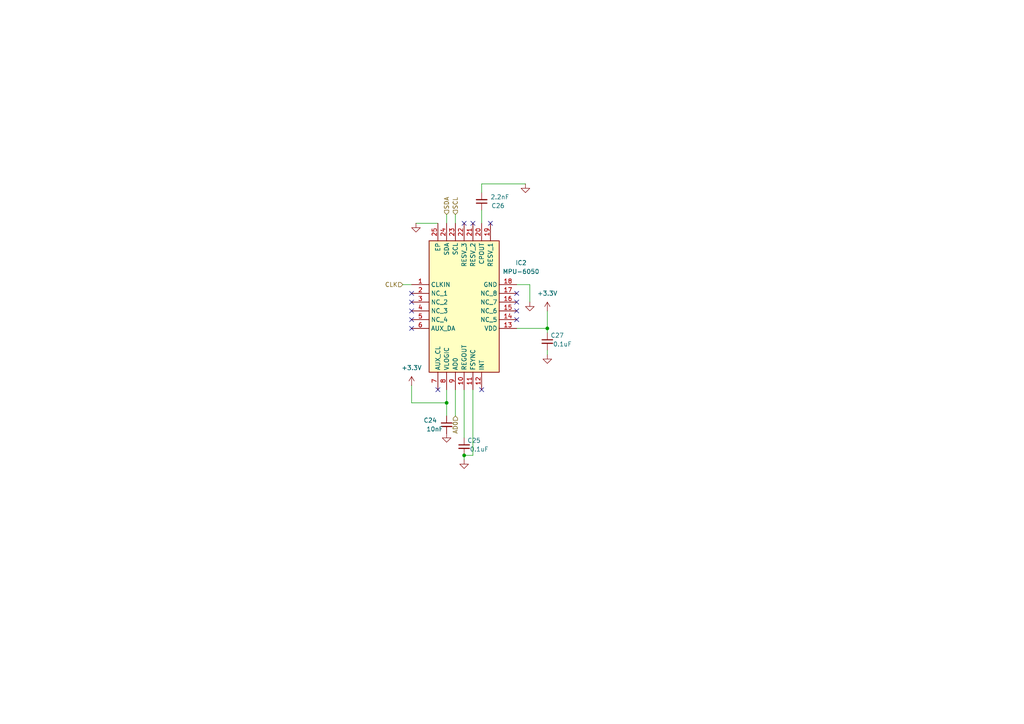
<source format=kicad_sch>
(kicad_sch (version 20231120) (generator "eeschema") (generator_version "8.0")
  (paper "A4")
  (lib_symbols
    (symbol "Device:C_Small" (pin_numbers hide) (pin_names (offset 0.254) hide)
      (property "Reference" "C" (at 0.254 1.778 0))
      (property "Value" "C_Small" (at 0.254 -2.032 0))
      (symbol "C_Small_0_1"
        (polyline (pts (xy -1.524 -0.508) (xy 1.524 -0.508)) (stroke (width 0.3302)))
        (polyline (pts (xy -1.524 0.508) (xy 1.524 0.508)) (stroke (width 0.3048)))
      )
      (symbol "C_Small_1_1"
        (pin passive line (at 0 2.54 270) (length 2.032) (name "~") (number "1"))
        (pin passive line (at 0 -2.54 90) (length 2.032) (name "~") (number "2"))
      )
    )
    (symbol "SamacSys_Parts:MPU-6050"
      (property "Reference" "IC" (at 26.67 17.78 0))
      (property "Value" "MPU-6050" (at 26.67 15.24 0))
      (symbol "MPU-6050_1_1"
        (rectangle (start 5.08 12.7) (end 25.4 -25.4) (stroke (width 0.254)) (fill (type background)))
        (pin passive line (at 0 0 0) (length 5.08) (name "CLKIN") (number "1"))
        (pin passive line (at 15.24 -30.48 90) (length 5.08) (name "REGOUT") (number "10"))
        (pin passive line (at 17.78 -30.48 90) (length 5.08) (name "FSYNC") (number "11"))
        (pin passive line (at 20.32 -30.48 90) (length 5.08) (name "INT") (number "12"))
        (pin passive line (at 30.48 -12.7 180) (length 5.08) (name "VDD") (number "13"))
        (pin passive line (at 30.48 -10.16 180) (length 5.08) (name "NC_5") (number "14"))
        (pin passive line (at 30.48 -7.62 180) (length 5.08) (name "NC_6") (number "15"))
        (pin passive line (at 30.48 -5.08 180) (length 5.08) (name "NC_7") (number "16"))
        (pin passive line (at 30.48 -2.54 180) (length 5.08) (name "NC_8") (number "17"))
        (pin passive line (at 30.48 0 180) (length 5.08) (name "GND") (number "18"))
        (pin passive line (at 22.86 17.78 270) (length 5.08) (name "RESV_1") (number "19"))
        (pin passive line (at 0 -2.54 0) (length 5.08) (name "NC_1") (number "2"))
        (pin passive line (at 20.32 17.78 270) (length 5.08) (name "CPOUT") (number "20"))
        (pin passive line (at 17.78 17.78 270) (length 5.08) (name "RESV_2") (number "21"))
        (pin passive line (at 15.24 17.78 270) (length 5.08) (name "RESV_3") (number "22"))
        (pin passive line (at 12.7 17.78 270) (length 5.08) (name "SCL") (number "23"))
        (pin passive line (at 10.16 17.78 270) (length 5.08) (name "SDA") (number "24"))
        (pin passive line (at 7.62 17.78 270) (length 5.08) (name "EP") (number "25"))
        (pin passive line (at 0 -5.08 0) (length 5.08) (name "NC_2") (number "3"))
        (pin passive line (at 0 -7.62 0) (length 5.08) (name "NC_3") (number "4"))
        (pin passive line (at 0 -10.16 0) (length 5.08) (name "NC_4") (number "5"))
        (pin passive line (at 0 -12.7 0) (length 5.08) (name "AUX_DA") (number "6"))
        (pin passive line (at 7.62 -30.48 90) (length 5.08) (name "AUX_CL") (number "7"))
        (pin passive line (at 10.16 -30.48 90) (length 5.08) (name "VLOGIC") (number "8"))
        (pin passive line (at 12.7 -30.48 90) (length 5.08) (name "AD0") (number "9"))
      )
    )
    (symbol "power:+3.3V" (power) (pin_numbers hide) (pin_names (offset 0) hide)
      (property "Value" "+3.3V" (at 0 3.556 0))
      (symbol "+3.3V_0_1"
        (polyline (pts (xy -0.762 1.27) (xy 0 2.54)))
        (polyline (pts (xy 0 0) (xy 0 2.54)))
        (polyline (pts (xy 0 2.54) (xy 0.762 1.27)))
      )
      (symbol "+3.3V_1_1"
        (pin power_in line (at 0 0 90) (length 0) (name "~") (number "1"))
      )
    )
    (symbol "power:GND" (power) (pin_numbers hide) (pin_names (offset 0) hide)
      (property "Value" "GND" (at 0 -3.81 0))
      (symbol "GND_0_1"
        (polyline (pts (xy 0 0) (xy 0 -1.27) (xy 1.27 -1.27) (xy 0 -2.54) (xy -1.27 -1.27) (xy 0 -1.27)))
      )
      (symbol "GND_1_1"
        (pin power_in line (at 0 0 270) (length 0) (name "~") (number "1"))
      )
    )
  )
  (junction (at 129.54 116.84))
  (junction (at 158.75 95.25))
  (junction (at 134.62 132.08))
  (no_connect (at 139.7 113.03))
  (no_connect (at 149.86 92.71))
  (no_connect (at 119.38 92.71))
  (no_connect (at 134.62 64.77))
  (no_connect (at 119.38 87.63))
  (no_connect (at 149.86 87.63))
  (no_connect (at 119.38 95.25))
  (no_connect (at 137.16 64.77))
  (no_connect (at 119.38 90.17))
  (no_connect (at 142.24 64.77))
  (no_connect (at 149.86 85.09))
  (no_connect (at 127 113.03))
  (no_connect (at 149.86 90.17))
  (no_connect (at 119.38 85.09))
  (wire (pts (xy 120.65 64.77) (xy 127 64.77)))
  (wire (pts (xy 139.7 53.34) (xy 152.4 53.34)))
  (wire (pts (xy 129.54 120.65) (xy 129.54 116.84)))
  (wire (pts (xy 158.75 90.17) (xy 158.75 95.25)))
  (wire (pts (xy 134.62 127) (xy 134.62 113.03)))
  (wire (pts (xy 158.75 96.52) (xy 158.75 95.25)))
  (wire (pts (xy 158.75 95.25) (xy 149.86 95.25)))
  (wire (pts (xy 119.38 116.84) (xy 119.38 111.76)))
  (wire (pts (xy 119.38 116.84) (xy 129.54 116.84)))
  (wire (pts (xy 139.7 60.96) (xy 139.7 64.77)))
  (wire (pts (xy 139.7 55.88) (xy 139.7 53.34)))
  (wire (pts (xy 116.84 82.55) (xy 119.38 82.55)))
  (wire (pts (xy 137.16 113.03) (xy 137.16 132.08)))
  (wire (pts (xy 132.08 113.03) (xy 132.08 120.65)))
  (wire (pts (xy 134.62 133.35) (xy 134.62 132.08)))
  (wire (pts (xy 129.54 113.03) (xy 129.54 116.84)))
  (wire (pts (xy 153.67 82.55) (xy 153.67 87.63)))
  (wire (pts (xy 158.75 102.87) (xy 158.75 101.6)))
  (wire (pts (xy 149.86 82.55) (xy 153.67 82.55)))
  (wire (pts (xy 137.16 132.08) (xy 134.62 132.08)))
  (wire (pts (xy 129.54 62.23) (xy 129.54 64.77)))
  (wire (pts (xy 132.08 62.23) (xy 132.08 64.77)))
  (hierarchical_label "AD0" (shape input) (at 132.08 120.65 270))
  (hierarchical_label "SDA" (shape input) (at 129.54 62.23 90))
  (hierarchical_label "SCL" (shape input) (at 132.08 62.23 90))
  (hierarchical_label "CLK" (shape input) (at 116.84 82.55 180))
  (symbol (lib_id "power:GND") (at 120.65 64.77 0) (unit 1)
    (property "Reference" "#PWR051" (effects (hide yes)))
    (property "Value" "GND" (effects (hide yes)))
    (property "Description" "Power symbol creates a global label with name \"GND\" , ground" (effects (hide yes)))
  )
  (symbol (lib_id "power:GND") (at 152.4 53.34 0) (unit 1)
    (property "Reference" "#PWR049" (effects (hide yes)))
    (property "Value" "GND" (effects (hide yes)))
    (property "Description" "Power symbol creates a global label with name \"GND\" , ground" (effects (hide yes)))
  )
  (symbol (lib_id "power:GND") (at 158.75 102.87 0) (unit 1)
    (property "Reference" "#PWR050" (effects (hide yes)))
    (property "Value" "GND" (effects (hide yes)))
    (property "Description" "Power symbol creates a global label with name \"GND\" , ground" (effects (hide yes)))
  )
  (symbol (lib_id "power:+3.3V") (at 158.75 90.17 0) (unit 1)
    (property "Reference" "#PWR047" (effects (hide yes)))
    (property "Value" "+3.3V" (at 158.75 85.09 0))
    (property "Description" "Power symbol creates a global label with name \"+3.3V\"" (effects (hide yes)))
  )
  (symbol (lib_id "Device:C_Small") (at 134.62 129.54 0) (mirror y) (unit 1)
    (property "Reference" "C25" (at 139.446 127.762 0) (effects (justify left)))
    (property "Value" "0.1uF" (at 141.732 130.302 0) (effects (justify left)))
    (property "Footprint" "Capacitor_SMD:C_0805_2012Metric_Pad1.18x1.45mm_HandSolder" (effects (hide yes)))
    (property "Description" "Unpolarized capacitor, small symbol" (effects (hide yes)))
  )
  (symbol (lib_id "power:+3.3V") (at 119.38 111.76 0) (unit 1)
    (property "Reference" "#PWR045" (effects (hide yes)))
    (property "Value" "+3.3V" (at 119.38 106.68 0))
    (property "Description" "Power symbol creates a global label with name \"+3.3V\"" (effects (hide yes)))
  )
  (symbol (lib_id "SamacSys_Parts:MPU-6050") (at 119.38 82.55 0) (unit 1)
    (property "Reference" "IC2" (at 151.13 76.2314 0))
    (property "Value" "MPU-6050" (at 151.13 78.7714 0))
    (property "Footprint" "SamacSys_Parts:MPU6050" (effects (hide yes)))
    (property "Datasheet" "https://product.tdk.com/system/files/dam/doc/product/sensor/mortion-inertial/imu/data_sheet/mpu-6000-datasheet1.pdf" (effects (hide yes)))
    (property "Description" "IMUs - Inertial Measurement Units 6-Axis MEMS MotionTracking  Device with DMP" (effects (hide yes)))
    (property "Height" "0.95" (effects (hide yes)))
    (property "Mouser Part Number" "410-MPU-6050" (effects (hide yes)))
    (property "Mouser Price/Stock" "https://www.mouser.co.uk/ProductDetail/TDK-InvenSense/MPU-6050?qs=u4fy%2FsgLU9O14B5JgyQFvg%3D%3D" (effects (hide yes)))
    (property "Manufacturer_Name" "TDK" (effects (hide yes)))
    (property "Manufacturer_Part_Number" "MPU-6050" (effects (hide yes)))
  )
  (symbol (lib_id "power:GND") (at 129.54 125.73 0) (unit 1)
    (property "Reference" "#PWR044" (effects (hide yes)))
    (property "Value" "GND" (effects (hide yes)))
    (property "Description" "Power symbol creates a global label with name \"GND\" , ground" (effects (hide yes)))
  )
  (symbol (lib_id "Device:C_Small") (at 158.75 99.06 0) (mirror y) (unit 1)
    (property "Reference" "C27" (at 163.576 97.282 0) (effects (justify left)))
    (property "Value" "0.1uF" (at 165.862 99.822 0) (effects (justify left)))
    (property "Footprint" "Capacitor_SMD:C_0805_2012Metric_Pad1.18x1.45mm_HandSolder" (effects (hide yes)))
    (property "Description" "Unpolarized capacitor, small symbol" (effects (hide yes)))
  )
  (symbol (lib_id "power:GND") (at 153.67 87.63 0) (unit 1)
    (property "Reference" "#PWR048" (effects (hide yes)))
    (property "Value" "GND" (effects (hide yes)))
    (property "Description" "Power symbol creates a global label with name \"GND\" , ground" (effects (hide yes)))
  )
  (symbol (lib_id "Device:C_Small") (at 129.54 123.19 0) (mirror y) (unit 1)
    (property "Reference" "C24" (at 126.746 121.92 0) (effects (justify left)))
    (property "Value" "10nF" (at 128.524 124.46 0) (effects (justify left)))
    (property "Footprint" "Capacitor_SMD:C_0805_2012Metric_Pad1.18x1.45mm_HandSolder" (effects (hide yes)))
    (property "Description" "Unpolarized capacitor, small symbol" (effects (hide yes)))
  )
  (symbol (lib_id "Device:C_Small") (at 139.7 58.42 0) (mirror x) (unit 1)
    (property "Reference" "C26" (at 142.494 59.69 0) (effects (justify left)))
    (property "Value" "2.2nF" (at 142.24 57.15 0) (effects (justify left)))
    (property "Footprint" "Capacitor_SMD:C_0805_2012Metric_Pad1.18x1.45mm_HandSolder" (effects (hide yes)))
    (property "Description" "Unpolarized capacitor, small symbol" (effects (hide yes)))
  )
  (symbol (lib_id "power:GND") (at 134.62 133.35 0) (unit 1)
    (property "Reference" "#PWR046" (effects (hide yes)))
    (property "Value" "GND" (effects (hide yes)))
    (property "Description" "Power symbol creates a global label with name \"GND\" , ground" (effects (hide yes)))
  )
)
</source>
